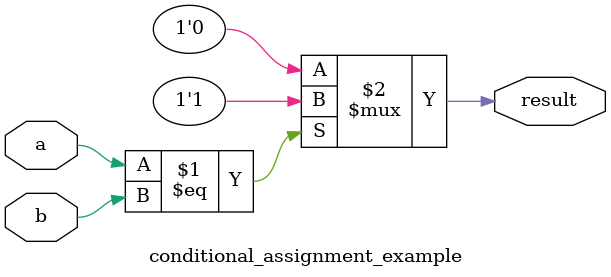
<source format=v>
`timescale 1ns / 1ps

module conditional_assignment_example (
    input wire a,
    input wire b,
    output wire result
);
    assign result = (a == b) ? 1'b1 : 1'b0;  // Conditional assignment (ternary operator)
endmodule

</source>
